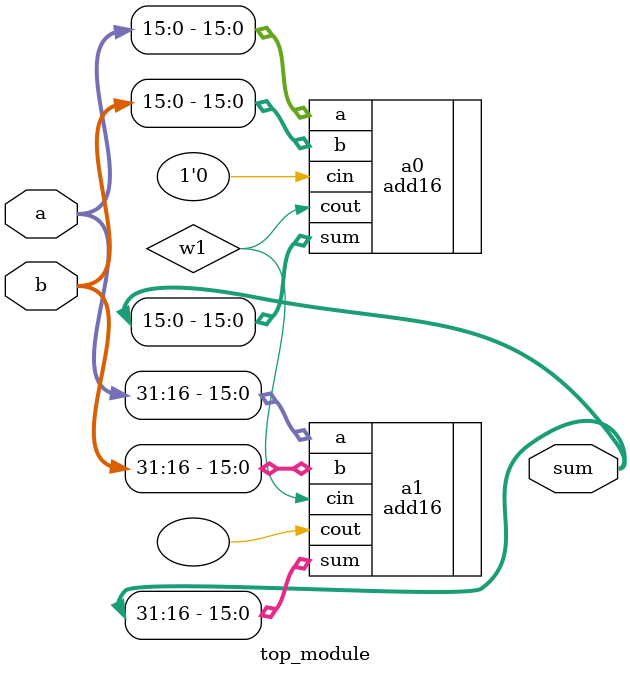
<source format=v>

module top_module(
    input [31:0] a,
    input [31:0] b,
    output [31:0] sum
);
    wire w1;

    add16 a0(.a(a[15:0]), .b(b[15:0]), .cin(1'b0), .cout(w1), .sum(sum[15:0]));
    add16 a1(.a(a[31:16]), .b(b[31:16]), .cin(w1), .cout(), .sum(sum[31:16]));
endmodule

</source>
